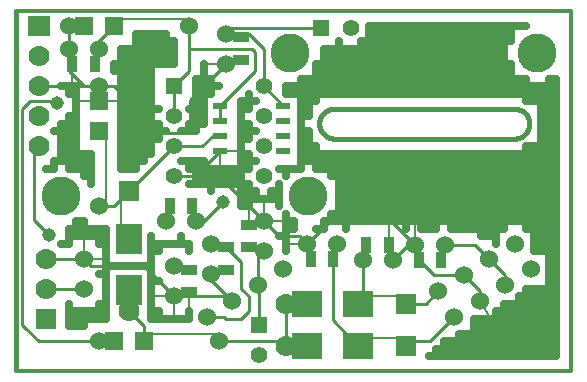
<source format=gtl>
G04 (created by PCBNEW-RS274X (20100406 SVN-R2508)-final) date 6/3/2010 10:02:14 PM*
G01*
G70*
G90*
%MOIN*%
G04 Gerber Fmt 3.4, Leading zero omitted, Abs format*
%FSLAX34Y34*%
G04 APERTURE LIST*
%ADD10C,0.006000*%
%ADD11C,0.012000*%
%ADD12C,0.015000*%
%ADD13C,0.070000*%
%ADD14R,0.070000X0.070000*%
%ADD15R,0.090600X0.098400*%
%ADD16R,0.006000X0.090000*%
%ADD17R,0.098400X0.090600*%
%ADD18R,0.090000X0.006000*%
%ADD19R,0.230000X0.006000*%
%ADD20C,0.060000*%
%ADD21R,0.060000X0.060000*%
%ADD22R,0.006000X0.230000*%
%ADD23C,0.130000*%
%ADD24R,0.055000X0.035000*%
%ADD25R,0.035000X0.055000*%
%ADD26R,0.075000X0.070000*%
%ADD27R,0.055000X0.055000*%
%ADD28C,0.055000*%
%ADD29R,0.045000X0.020000*%
%ADD30C,0.045000*%
%ADD31C,0.010000*%
%ADD32C,0.008000*%
%ADD33C,0.025000*%
G04 APERTURE END LIST*
G54D10*
G54D11*
X39500Y-43250D02*
X21000Y-43250D01*
X39500Y-55250D02*
X39500Y-43250D01*
X21000Y-55250D02*
X39500Y-55250D01*
G54D12*
X21000Y-55200D02*
X21000Y-55000D01*
X31600Y-46500D02*
X31557Y-46502D01*
X31514Y-46508D01*
X31471Y-46518D01*
X31429Y-46531D01*
X31389Y-46547D01*
X31351Y-46567D01*
X31314Y-46591D01*
X31279Y-46617D01*
X31247Y-46647D01*
X31217Y-46679D01*
X31191Y-46714D01*
X31167Y-46751D01*
X31147Y-46789D01*
X31131Y-46829D01*
X31118Y-46871D01*
X31108Y-46914D01*
X31102Y-46957D01*
X31100Y-47000D01*
X31100Y-47000D02*
X31102Y-47043D01*
X31108Y-47086D01*
X31118Y-47129D01*
X31131Y-47171D01*
X31147Y-47211D01*
X31167Y-47249D01*
X31191Y-47286D01*
X31217Y-47321D01*
X31247Y-47353D01*
X31279Y-47383D01*
X31314Y-47409D01*
X31351Y-47433D01*
X31389Y-47453D01*
X31429Y-47469D01*
X31471Y-47482D01*
X31514Y-47492D01*
X31557Y-47498D01*
X31600Y-47500D01*
X37600Y-47500D02*
X37643Y-47498D01*
X37686Y-47492D01*
X37729Y-47482D01*
X37771Y-47469D01*
X37811Y-47453D01*
X37850Y-47433D01*
X37886Y-47409D01*
X37921Y-47383D01*
X37953Y-47353D01*
X37983Y-47321D01*
X38009Y-47286D01*
X38033Y-47249D01*
X38053Y-47211D01*
X38069Y-47171D01*
X38082Y-47129D01*
X38092Y-47086D01*
X38098Y-47043D01*
X38100Y-47000D01*
X38100Y-47000D02*
X38098Y-46957D01*
X38092Y-46914D01*
X38082Y-46871D01*
X38069Y-46829D01*
X38053Y-46789D01*
X38033Y-46751D01*
X38009Y-46714D01*
X37983Y-46679D01*
X37953Y-46647D01*
X37921Y-46617D01*
X37886Y-46591D01*
X37850Y-46567D01*
X37811Y-46547D01*
X37771Y-46531D01*
X37729Y-46518D01*
X37686Y-46508D01*
X37643Y-46502D01*
X37600Y-46500D01*
X31600Y-47500D02*
X37600Y-47500D01*
X37600Y-46500D02*
X31600Y-46500D01*
X21000Y-43250D02*
X21000Y-55000D01*
G54D13*
X24750Y-53250D03*
G54D14*
X24750Y-49250D03*
G54D15*
X24750Y-50850D03*
X24750Y-52550D03*
G54D16*
X24500Y-49950D03*
G54D13*
X30000Y-53000D03*
G54D14*
X34000Y-53000D03*
G54D17*
X32400Y-53000D03*
X30700Y-53000D03*
G54D18*
X33300Y-52750D03*
G54D13*
X30000Y-54400D03*
G54D14*
X34000Y-54400D03*
G54D17*
X32400Y-54400D03*
X30700Y-54400D03*
G54D18*
X33300Y-54150D03*
G54D19*
X26550Y-54000D03*
G54D20*
X23750Y-54250D03*
X27750Y-54250D03*
G54D21*
X25250Y-54250D03*
X24250Y-54250D03*
G54D22*
X24000Y-48550D03*
G54D20*
X23750Y-45750D03*
X23750Y-49750D03*
G54D21*
X23750Y-47250D03*
X23750Y-46250D03*
G54D19*
X25550Y-43500D03*
G54D20*
X22750Y-43750D03*
X26750Y-43750D03*
G54D21*
X24250Y-43750D03*
X23250Y-43750D03*
G54D20*
X37300Y-52375D03*
X36452Y-52905D03*
X35604Y-53435D03*
X38148Y-51845D03*
G54D23*
X38361Y-44637D03*
X30729Y-49407D03*
G54D20*
X29050Y-52375D03*
X28202Y-52905D03*
X27354Y-53435D03*
X29898Y-51845D03*
G54D23*
X30111Y-44637D03*
X22479Y-49407D03*
G54D20*
X36770Y-51527D03*
X35922Y-52057D03*
X35074Y-52587D03*
X37618Y-50997D03*
G54D23*
X38361Y-44637D03*
X30729Y-49407D03*
G54D24*
X28750Y-51125D03*
X28750Y-50375D03*
G54D20*
X29250Y-51250D03*
X29250Y-50250D03*
G54D25*
X32675Y-51050D03*
X33425Y-51050D03*
G54D20*
X32550Y-51550D03*
X33550Y-51550D03*
G54D25*
X31575Y-51500D03*
X30825Y-51500D03*
G54D20*
X31700Y-51000D03*
X30700Y-51000D03*
G54D25*
X35175Y-51550D03*
X34425Y-51550D03*
G54D20*
X35300Y-51050D03*
X34300Y-51050D03*
G54D26*
X21750Y-43750D03*
G54D13*
X21750Y-44750D03*
X21750Y-45740D03*
X21750Y-46760D03*
X21750Y-47750D03*
G54D24*
X26750Y-51875D03*
X26750Y-52625D03*
G54D20*
X26250Y-51750D03*
X26250Y-52750D03*
X23250Y-52500D03*
X23250Y-51500D03*
G54D25*
X23625Y-45000D03*
X22875Y-45000D03*
G54D20*
X23750Y-44500D03*
X22750Y-44500D03*
X26000Y-50250D03*
X27000Y-50250D03*
G54D25*
X26125Y-49750D03*
X26875Y-49750D03*
G54D20*
X26000Y-50250D03*
X27000Y-50250D03*
X28000Y-44000D03*
X28000Y-45000D03*
G54D24*
X28500Y-44125D03*
X28500Y-44875D03*
G54D20*
X28000Y-44000D03*
X28000Y-45000D03*
G54D24*
X28000Y-51125D03*
X28000Y-51875D03*
G54D20*
X27500Y-51000D03*
X27500Y-52000D03*
G54D27*
X26250Y-45750D03*
G54D28*
X26250Y-46750D03*
X26250Y-47750D03*
X26250Y-48750D03*
X29250Y-48750D03*
X29250Y-47750D03*
X29250Y-46750D03*
X29250Y-45750D03*
G54D13*
X22000Y-51500D03*
X22000Y-52500D03*
G54D14*
X22000Y-53500D03*
G54D29*
X29900Y-46400D03*
X27800Y-46400D03*
X29900Y-46900D03*
X29900Y-47400D03*
X29900Y-47900D03*
X27800Y-46900D03*
X27800Y-47400D03*
X27800Y-47900D03*
G54D27*
X31150Y-43800D03*
G54D28*
X32150Y-43800D03*
G54D27*
X29100Y-53700D03*
G54D28*
X29100Y-54700D03*
G54D30*
X22350Y-46300D03*
X22100Y-50700D03*
X27900Y-49600D03*
X29100Y-54700D03*
G54D31*
X28200Y-43800D02*
X28000Y-44000D01*
X28750Y-44000D02*
X28000Y-44000D01*
X31150Y-43800D02*
X28200Y-43800D01*
X29900Y-46400D02*
X29250Y-45750D01*
X21200Y-46500D02*
X21450Y-46250D01*
X21200Y-53700D02*
X21200Y-46500D01*
X21300Y-53800D02*
X21200Y-53700D01*
X21750Y-54250D02*
X21300Y-53800D01*
X29250Y-44500D02*
X28750Y-44000D01*
X21450Y-46250D02*
X22300Y-46250D01*
X22300Y-46250D02*
X22350Y-46300D01*
X23750Y-54250D02*
X21750Y-54250D01*
X29250Y-45750D02*
X29250Y-44500D01*
X22000Y-52500D02*
X23250Y-52500D01*
X21600Y-47900D02*
X21750Y-47750D01*
X21600Y-50200D02*
X21600Y-47900D01*
X22100Y-50700D02*
X21600Y-50200D01*
X29100Y-53700D02*
X29100Y-52425D01*
X36293Y-51050D02*
X36770Y-51527D01*
X35300Y-51050D02*
X36293Y-51050D01*
X29050Y-51450D02*
X29250Y-51250D01*
X29050Y-52375D02*
X29050Y-51450D01*
X37300Y-52057D02*
X36770Y-51527D01*
X29100Y-52425D02*
X29050Y-52375D01*
X37300Y-52375D02*
X37300Y-52057D01*
X27750Y-48750D02*
X29750Y-50750D01*
X26250Y-52750D02*
X28047Y-52750D01*
X28047Y-52750D02*
X28202Y-52905D01*
X27500Y-52000D02*
X27500Y-52203D01*
X27500Y-52203D02*
X28202Y-52905D01*
X26250Y-52750D02*
X25250Y-51750D01*
X23500Y-51750D02*
X23250Y-51500D01*
X25250Y-51750D02*
X23500Y-51750D01*
X23750Y-45750D02*
X24250Y-45750D01*
X26800Y-46200D02*
X28000Y-45000D01*
X26800Y-47000D02*
X26800Y-46200D01*
X26500Y-47300D02*
X26800Y-47000D01*
X25800Y-47300D02*
X26500Y-47300D01*
X24250Y-45750D02*
X25800Y-47300D01*
X29750Y-50750D02*
X30450Y-50750D01*
X26250Y-48750D02*
X26950Y-48750D01*
X26950Y-48750D02*
X27800Y-47900D01*
X33650Y-50400D02*
X34300Y-51050D01*
X33300Y-50050D02*
X33650Y-50400D01*
X30450Y-50750D02*
X30700Y-51000D01*
X26250Y-48750D02*
X27750Y-48750D01*
X23750Y-45750D02*
X21750Y-45750D01*
X22750Y-45250D02*
X23250Y-45750D01*
X22750Y-44500D02*
X22750Y-45250D01*
X22750Y-44500D02*
X22750Y-43750D01*
X22000Y-51500D02*
X23250Y-51500D01*
X36452Y-52587D02*
X35915Y-52050D01*
X35915Y-52050D02*
X34925Y-52050D01*
X34925Y-52050D02*
X34425Y-51550D01*
X36452Y-52905D02*
X36452Y-52587D01*
X34050Y-51050D02*
X33550Y-51550D01*
X34300Y-51050D02*
X34050Y-51050D01*
X31650Y-50050D02*
X33300Y-50050D01*
X30700Y-51000D02*
X31650Y-50050D01*
X23250Y-45750D02*
X23750Y-45750D01*
X32400Y-54400D02*
X31550Y-53550D01*
X31550Y-53550D02*
X31550Y-51525D01*
X31550Y-51525D02*
X31575Y-51500D01*
X34000Y-54250D02*
X34789Y-54250D01*
X34789Y-54250D02*
X35604Y-53435D01*
X34000Y-53000D02*
X34661Y-53000D01*
X34661Y-53000D02*
X35074Y-52587D01*
X32550Y-52850D02*
X32400Y-53000D01*
X32550Y-51550D02*
X32550Y-52850D01*
X27354Y-53435D02*
X27935Y-53435D01*
X28500Y-51625D02*
X28000Y-51125D01*
X28500Y-52500D02*
X28500Y-51625D01*
X28750Y-52750D02*
X28500Y-52500D01*
X28750Y-53250D02*
X28750Y-52750D01*
X28500Y-53500D02*
X28750Y-53250D01*
X28000Y-53500D02*
X28500Y-53500D01*
X27935Y-53435D02*
X28000Y-53500D01*
X27250Y-50250D02*
X27000Y-50250D01*
X27900Y-49600D02*
X27250Y-50250D01*
X30000Y-54100D02*
X30000Y-53000D01*
X29850Y-54250D02*
X30000Y-54100D01*
X30000Y-53000D02*
X30000Y-54400D01*
X25250Y-54250D02*
X25250Y-53750D01*
X27750Y-54250D02*
X29850Y-54250D01*
X25250Y-53750D02*
X24750Y-53250D01*
X23750Y-49750D02*
X24250Y-49750D01*
X27200Y-47750D02*
X26250Y-47750D01*
X27800Y-47400D02*
X27550Y-47400D01*
X24750Y-49250D02*
X26250Y-47750D01*
X24250Y-49750D02*
X24750Y-49250D01*
X27550Y-47400D02*
X27200Y-47750D01*
X27800Y-46400D02*
X28950Y-45250D01*
X23750Y-44250D02*
X24250Y-43750D01*
X23750Y-44500D02*
X23750Y-44250D01*
X28950Y-45250D02*
X28950Y-44600D01*
X27800Y-46400D02*
X27800Y-46900D01*
X26250Y-45750D02*
X26250Y-46750D01*
X26750Y-43750D02*
X26750Y-44500D01*
X26750Y-44500D02*
X26750Y-45250D01*
X28950Y-44600D02*
X28850Y-44500D01*
X26750Y-45250D02*
X26250Y-45750D01*
X28850Y-44500D02*
X26750Y-44500D01*
G54D32*
X27800Y-47900D02*
X27800Y-48400D01*
X27800Y-47900D02*
X28425Y-47900D01*
X26250Y-48750D02*
X26925Y-48750D01*
X28000Y-45000D02*
X27300Y-45000D01*
X28000Y-45000D02*
X27300Y-45000D01*
X22875Y-45000D02*
X22875Y-45675D01*
X23250Y-51500D02*
X23250Y-50800D01*
X23250Y-51500D02*
X23950Y-51500D01*
X26250Y-52750D02*
X26250Y-53450D01*
X26250Y-52750D02*
X25550Y-52750D01*
X26750Y-52625D02*
X26750Y-53200D01*
X21750Y-45740D02*
X22500Y-45740D01*
X34300Y-51050D02*
X34300Y-50350D01*
X30700Y-51000D02*
X30000Y-51000D01*
X33425Y-51050D02*
X33425Y-50375D01*
X29250Y-50250D02*
X29250Y-49550D01*
X29250Y-50250D02*
X29950Y-50250D01*
X28750Y-50375D02*
X28750Y-49800D01*
X36452Y-52905D02*
X36823Y-53499D01*
X23750Y-46250D02*
X23050Y-46250D01*
X23750Y-46250D02*
X24450Y-46250D01*
X23750Y-45750D02*
X23050Y-45750D01*
X23750Y-45750D02*
X24450Y-45750D01*
G54D33*
X39000Y-45500D02*
X39000Y-54750D01*
X38750Y-45500D02*
X38750Y-54750D01*
X38500Y-52500D02*
X38500Y-54750D01*
X38500Y-45750D02*
X38500Y-51250D01*
X38250Y-52500D02*
X38250Y-54750D01*
X38250Y-47750D02*
X38250Y-51250D01*
X38250Y-45750D02*
X38250Y-46250D01*
X38000Y-52500D02*
X38000Y-54750D01*
X38000Y-47750D02*
X38000Y-50500D01*
X38000Y-45500D02*
X38000Y-46250D01*
X37750Y-52750D02*
X37750Y-54750D01*
X37750Y-48000D02*
X37750Y-50250D01*
X37750Y-45500D02*
X37750Y-46000D01*
X37500Y-53000D02*
X37500Y-54750D01*
X37500Y-48000D02*
X37500Y-50250D01*
X37500Y-45000D02*
X37500Y-46000D01*
X37500Y-43750D02*
X37500Y-44250D01*
X37250Y-53000D02*
X37250Y-54750D01*
X37250Y-48000D02*
X37250Y-50500D01*
X37250Y-43750D02*
X37250Y-46000D01*
X37000Y-53250D02*
X37000Y-54750D01*
X37000Y-48000D02*
X37000Y-51000D01*
X37000Y-43750D02*
X37000Y-46000D01*
X36750Y-53500D02*
X36750Y-54750D01*
X36750Y-48000D02*
X36750Y-50750D01*
X36750Y-43750D02*
X36750Y-46000D01*
X36500Y-53500D02*
X36500Y-54750D01*
X36500Y-48000D02*
X36500Y-50750D01*
X36500Y-43750D02*
X36500Y-46000D01*
X36250Y-53500D02*
X36250Y-54750D01*
X36250Y-48000D02*
X36250Y-50500D01*
X36250Y-43750D02*
X36250Y-46000D01*
X36000Y-54000D02*
X36000Y-54750D01*
X36000Y-48000D02*
X36000Y-50500D01*
X36000Y-43750D02*
X36000Y-46000D01*
X35750Y-54000D02*
X35750Y-54750D01*
X35750Y-48000D02*
X35750Y-50500D01*
X35750Y-43750D02*
X35750Y-46000D01*
X35500Y-54250D02*
X35500Y-54750D01*
X35500Y-48000D02*
X35500Y-50500D01*
X35500Y-43750D02*
X35500Y-46000D01*
X35250Y-54250D02*
X35250Y-54750D01*
X35250Y-48000D02*
X35250Y-50250D01*
X35250Y-43750D02*
X35250Y-46000D01*
X35000Y-54500D02*
X35000Y-54750D01*
X35000Y-48000D02*
X35000Y-50500D01*
X35000Y-43750D02*
X35000Y-46000D01*
X34750Y-48000D02*
X34750Y-50500D01*
X34750Y-43750D02*
X34750Y-46000D01*
X34500Y-48000D02*
X34500Y-50500D01*
X34500Y-43750D02*
X34500Y-46000D01*
X34250Y-48000D02*
X34250Y-50250D01*
X34250Y-43750D02*
X34250Y-46000D01*
X34000Y-48000D02*
X34000Y-50500D01*
X34000Y-43750D02*
X34000Y-46000D01*
X33750Y-48000D02*
X33750Y-50250D01*
X33750Y-43750D02*
X33750Y-46000D01*
X33500Y-48000D02*
X33500Y-50250D01*
X33500Y-43750D02*
X33500Y-46000D01*
X33250Y-48000D02*
X33250Y-50250D01*
X33250Y-43750D02*
X33250Y-46000D01*
X33000Y-48000D02*
X33000Y-50250D01*
X33000Y-43750D02*
X33000Y-46000D01*
X32750Y-48000D02*
X32750Y-50250D01*
X32750Y-43750D02*
X32750Y-46000D01*
X32500Y-48000D02*
X32500Y-50250D01*
X32500Y-44250D02*
X32500Y-46000D01*
X32250Y-48000D02*
X32250Y-50250D01*
X32250Y-44500D02*
X32250Y-46000D01*
X32000Y-48000D02*
X32000Y-50500D01*
X32000Y-44500D02*
X32000Y-46000D01*
X31750Y-48000D02*
X31750Y-50250D01*
X31750Y-44250D02*
X31750Y-46000D01*
X31500Y-50000D02*
X31500Y-50250D01*
X31500Y-48000D02*
X31500Y-48750D01*
X31500Y-44500D02*
X31500Y-46000D01*
X31250Y-50250D02*
X31250Y-50500D01*
X31250Y-48000D02*
X31250Y-48500D01*
X31250Y-44500D02*
X31250Y-46000D01*
X31000Y-47750D02*
X31000Y-48500D01*
X31000Y-45000D02*
X31000Y-46250D01*
X30750Y-47250D02*
X30750Y-48250D01*
X30750Y-45500D02*
X30750Y-46750D01*
X30500Y-45500D02*
X30500Y-48500D01*
X30250Y-50250D02*
X30250Y-50500D01*
X30250Y-45750D02*
X30250Y-46000D01*
X30000Y-50000D02*
X30000Y-51250D01*
X30000Y-48500D02*
X30000Y-48750D01*
X30000Y-45750D02*
X30000Y-46000D01*
X29750Y-49000D02*
X29750Y-49750D01*
X29500Y-49250D02*
X29500Y-49500D01*
X29000Y-49250D02*
X29000Y-49500D01*
X28750Y-49000D02*
X28750Y-49750D01*
X28750Y-48000D02*
X28750Y-48500D01*
X28750Y-47000D02*
X28750Y-47500D01*
X28750Y-46000D02*
X28750Y-46500D01*
X28500Y-46250D02*
X28500Y-49750D01*
X28250Y-48500D02*
X28250Y-49000D01*
X28000Y-48500D02*
X28000Y-49000D01*
X27750Y-48500D02*
X27750Y-49000D01*
X27500Y-48500D02*
X27500Y-49250D01*
X27500Y-45500D02*
X27500Y-46000D01*
X27250Y-48250D02*
X27250Y-49000D01*
X27250Y-45000D02*
X27250Y-47000D01*
X27000Y-48250D02*
X27000Y-49000D01*
X27000Y-45500D02*
X27000Y-47250D01*
X26750Y-53250D02*
X26750Y-53500D01*
X26750Y-51000D02*
X26750Y-51250D01*
X26750Y-48250D02*
X26750Y-48500D01*
X26750Y-47000D02*
X26750Y-47250D01*
X26500Y-50750D02*
X26500Y-51000D01*
X26250Y-44250D02*
X26250Y-45000D01*
X26000Y-44000D02*
X26000Y-45000D01*
X25750Y-53250D02*
X25750Y-53500D01*
X25750Y-51000D02*
X25750Y-51250D01*
X25750Y-47000D02*
X25750Y-47500D01*
X25750Y-44000D02*
X25750Y-45000D01*
X25500Y-50750D02*
X25500Y-53500D01*
X25500Y-44000D02*
X25500Y-48000D01*
X25250Y-44000D02*
X25250Y-48250D01*
X25000Y-44000D02*
X25000Y-48500D01*
X24750Y-44500D02*
X24750Y-48500D01*
X24500Y-44500D02*
X24500Y-48500D01*
X24250Y-45000D02*
X24250Y-45250D01*
X24000Y-50500D02*
X24000Y-53500D01*
X23750Y-53000D02*
X23750Y-53500D01*
X23750Y-50500D02*
X23750Y-51000D01*
X23500Y-53250D02*
X23500Y-53500D01*
X23500Y-50500D02*
X23500Y-50750D01*
X23500Y-48000D02*
X23500Y-49000D01*
X23250Y-53250D02*
X23250Y-53750D01*
X23250Y-50250D02*
X23250Y-50750D01*
X23250Y-48000D02*
X23250Y-48750D01*
X23000Y-53250D02*
X23000Y-53750D01*
X23000Y-50250D02*
X23000Y-50750D01*
X23000Y-45750D02*
X23000Y-48500D01*
X22750Y-53000D02*
X22750Y-53750D01*
X22750Y-50500D02*
X22750Y-51000D01*
X22750Y-46750D02*
X22750Y-48500D01*
X22750Y-45750D02*
X22750Y-46000D01*
X22500Y-47000D02*
X22500Y-48250D01*
X22250Y-48250D02*
X22250Y-48500D01*
X34750Y-54750D02*
X39000Y-54750D01*
X35000Y-54500D02*
X39000Y-54500D01*
X35250Y-54250D02*
X39000Y-54250D01*
X35750Y-54000D02*
X39000Y-54000D01*
X36250Y-53750D02*
X39000Y-53750D01*
X22750Y-53750D02*
X23250Y-53750D01*
X36250Y-53500D02*
X39000Y-53500D01*
X25500Y-53500D02*
X26750Y-53500D01*
X22750Y-53500D02*
X24000Y-53500D01*
X37000Y-53250D02*
X39000Y-53250D01*
X25500Y-53250D02*
X25750Y-53250D01*
X22750Y-53250D02*
X24000Y-53250D01*
X37250Y-53000D02*
X39000Y-53000D01*
X23750Y-53000D02*
X24000Y-53000D01*
X37750Y-52750D02*
X39000Y-52750D01*
X38000Y-52500D02*
X39000Y-52500D01*
X38750Y-52250D02*
X39000Y-52250D01*
X25500Y-52250D02*
X25750Y-52250D01*
X38750Y-52000D02*
X39000Y-52000D01*
X23750Y-52000D02*
X24000Y-52000D01*
X38750Y-51750D02*
X39000Y-51750D01*
X24000Y-51750D02*
X25500Y-51750D01*
X38750Y-51500D02*
X39000Y-51500D01*
X38250Y-51250D02*
X39000Y-51250D01*
X25500Y-51250D02*
X25750Y-51250D01*
X38250Y-51000D02*
X39000Y-51000D01*
X25500Y-51000D02*
X26750Y-51000D01*
X23750Y-51000D02*
X24000Y-51000D01*
X22500Y-51000D02*
X22750Y-51000D01*
X38250Y-50750D02*
X39000Y-50750D01*
X36500Y-50750D02*
X37000Y-50750D01*
X29750Y-50750D02*
X30000Y-50750D01*
X22750Y-50750D02*
X24000Y-50750D01*
X38000Y-50500D02*
X39000Y-50500D01*
X35500Y-50500D02*
X37250Y-50500D01*
X34500Y-50500D02*
X35000Y-50500D01*
X31000Y-50500D02*
X31250Y-50500D01*
X30000Y-50500D02*
X30250Y-50500D01*
X22750Y-50500D02*
X24000Y-50500D01*
X31250Y-50250D02*
X39000Y-50250D01*
X30000Y-50250D02*
X30250Y-50250D01*
X23000Y-50250D02*
X23250Y-50250D01*
X31500Y-50000D02*
X39000Y-50000D01*
X31750Y-49750D02*
X39000Y-49750D01*
X28500Y-49750D02*
X28750Y-49750D01*
X31750Y-49500D02*
X39000Y-49500D01*
X28500Y-49500D02*
X29750Y-49500D01*
X31750Y-49250D02*
X39000Y-49250D01*
X29500Y-49250D02*
X29750Y-49250D01*
X28500Y-49250D02*
X29000Y-49250D01*
X31750Y-49000D02*
X39000Y-49000D01*
X26750Y-49000D02*
X28750Y-49000D01*
X31500Y-48750D02*
X39000Y-48750D01*
X27000Y-48750D02*
X28500Y-48750D01*
X23250Y-48750D02*
X23500Y-48750D01*
X31000Y-48500D02*
X39000Y-48500D01*
X29750Y-48500D02*
X30500Y-48500D01*
X26750Y-48500D02*
X28750Y-48500D01*
X24500Y-48500D02*
X25000Y-48500D01*
X22750Y-48500D02*
X23500Y-48500D01*
X22000Y-48500D02*
X22250Y-48500D01*
X30500Y-48250D02*
X39000Y-48250D01*
X28500Y-48250D02*
X29000Y-48250D01*
X26500Y-48250D02*
X27250Y-48250D01*
X24500Y-48250D02*
X25250Y-48250D01*
X22250Y-48250D02*
X23500Y-48250D01*
X30500Y-48000D02*
X39000Y-48000D01*
X28500Y-48000D02*
X28750Y-48000D01*
X24500Y-48000D02*
X25500Y-48000D01*
X22500Y-48000D02*
X23500Y-48000D01*
X38000Y-47750D02*
X39000Y-47750D01*
X30500Y-47750D02*
X31000Y-47750D01*
X24500Y-47750D02*
X25500Y-47750D01*
X22500Y-47750D02*
X23000Y-47750D01*
X38500Y-47500D02*
X39000Y-47500D01*
X30500Y-47500D02*
X30750Y-47500D01*
X28500Y-47500D02*
X28750Y-47500D01*
X24500Y-47500D02*
X25750Y-47500D01*
X22500Y-47500D02*
X23000Y-47500D01*
X38500Y-47250D02*
X39000Y-47250D01*
X30500Y-47250D02*
X30750Y-47250D01*
X28500Y-47250D02*
X29000Y-47250D01*
X26500Y-47250D02*
X27000Y-47250D01*
X24500Y-47250D02*
X26000Y-47250D01*
X22250Y-47250D02*
X23000Y-47250D01*
X38500Y-47000D02*
X39000Y-47000D01*
X28500Y-47000D02*
X28750Y-47000D01*
X26750Y-47000D02*
X27250Y-47000D01*
X24500Y-47000D02*
X25750Y-47000D01*
X22500Y-47000D02*
X23000Y-47000D01*
X38500Y-46750D02*
X39000Y-46750D01*
X30500Y-46750D02*
X30750Y-46750D01*
X27000Y-46750D02*
X27250Y-46750D01*
X24500Y-46750D02*
X25500Y-46750D01*
X22750Y-46750D02*
X23000Y-46750D01*
X38500Y-46500D02*
X39000Y-46500D01*
X30500Y-46500D02*
X30750Y-46500D01*
X28500Y-46500D02*
X28750Y-46500D01*
X26750Y-46500D02*
X27250Y-46500D01*
X24500Y-46500D02*
X25750Y-46500D01*
X38000Y-46250D02*
X39000Y-46250D01*
X30500Y-46250D02*
X31000Y-46250D01*
X28500Y-46250D02*
X29000Y-46250D01*
X27000Y-46250D02*
X27250Y-46250D01*
X24500Y-46250D02*
X25500Y-46250D01*
X30000Y-46000D02*
X39000Y-46000D01*
X27000Y-46000D02*
X27500Y-46000D01*
X24500Y-46000D02*
X25500Y-46000D01*
X22750Y-46000D02*
X23000Y-46000D01*
X30000Y-45750D02*
X39000Y-45750D01*
X27000Y-45750D02*
X27750Y-45750D01*
X24500Y-45750D02*
X25500Y-45750D01*
X22500Y-45750D02*
X23000Y-45750D01*
X38750Y-45500D02*
X39000Y-45500D01*
X30500Y-45500D02*
X38000Y-45500D01*
X27000Y-45500D02*
X27500Y-45500D01*
X24500Y-45500D02*
X25500Y-45500D01*
X31000Y-45250D02*
X37500Y-45250D01*
X24250Y-45250D02*
X25500Y-45250D01*
X31000Y-45000D02*
X37500Y-45000D01*
X24250Y-45000D02*
X26250Y-45000D01*
X31250Y-44750D02*
X37250Y-44750D01*
X24500Y-44750D02*
X26250Y-44750D01*
X31250Y-44500D02*
X37250Y-44500D01*
X24500Y-44500D02*
X26250Y-44500D01*
X32500Y-44250D02*
X37500Y-44250D01*
X25000Y-44250D02*
X26250Y-44250D01*
X32750Y-44000D02*
X37500Y-44000D01*
X25000Y-44000D02*
X26000Y-44000D01*
X32750Y-43750D02*
X38000Y-43750D01*
M02*

</source>
